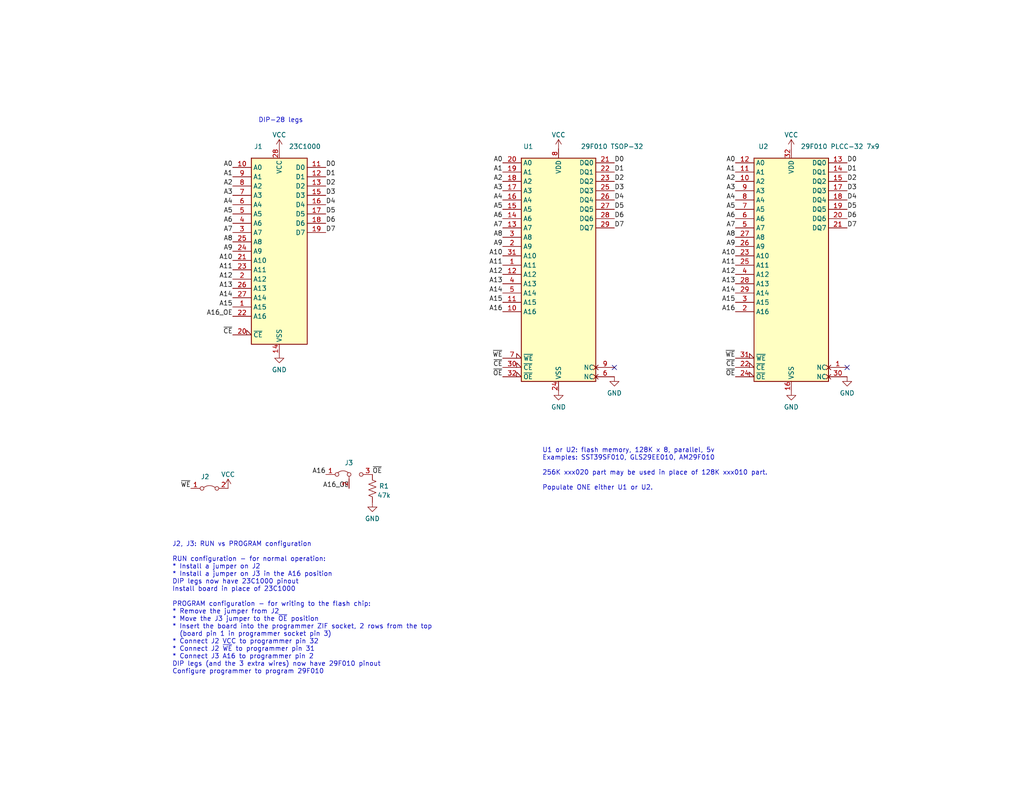
<source format=kicad_sch>
(kicad_sch (version 20230121) (generator eeschema)
  (paper "USLetter")
  (title_block (title "29F010 to 23C1000") (date "2023-06-16") (rev "005") (company "Brian K. White - b.kenyon.w@gmail.com"))
  (lib_symbols
    (symbol "000_LOCAL:GND" (power) (pin_names (offset 0))
      (property "Value" "GND" (at 0 -3.81 0))
      (symbol "GND_0_1"
        (polyline (pts (xy 0 0) (xy 0 -1.27) (xy 1.27 -1.27) (xy 0 -2.54) (xy -1.27 -1.27) (xy 0 -1.27)))
      )
      (symbol "GND_1_1"
        (pin power_in line (at 0 0 270) (length 0) hide (name "GND") (number "1"))
      )
    )
    (symbol "000_LOCAL:Jumper_2_Bridged" (pin_names (offset 0) hide)
      (property "Reference" "JP" (at 0 1.905 0))
      (property "Value" "Jumper_2_Bridged" (at 0 -2.54 0))
      (symbol "Jumper_2_Bridged_0_0"
        (circle (center -2.032 0) (radius 0.508))
        (circle (center 2.032 0) (radius 0.508))
      )
      (symbol "Jumper_2_Bridged_0_1"
        (arc (start 1.524 0.254) (mid 0 0.762) (end -1.524 0.254))
      )
      (symbol "Jumper_2_Bridged_1_1"
        (pin passive line (at -5.08 0 0) (length 2.54) (name "A") (number "1"))
        (pin passive line (at 5.08 0 180) (length 2.54) (name "B") (number "2"))
      )
    )
    (symbol "000_LOCAL:Jumper_3_Bridged12" (pin_names (offset 0) hide)
      (property "Reference" "JP" (at -2.54 -2.54 0))
      (property "Value" "Jumper_3_Bridged12" (at 0 2.794 0))
      (symbol "Jumper_3_Bridged12_0_0"
        (circle (center -3.302 0) (radius 0.508))
        (circle (center 0 0) (radius 0.508))
        (circle (center 3.302 0) (radius 0.508))
      )
      (symbol "Jumper_3_Bridged12_0_1"
        (arc (start -0.254 0.508) (mid -1.651 0.9912) (end -3.048 0.508))
        (polyline (pts (xy 0 -1.27) (xy 0 -0.508)))
      )
      (symbol "Jumper_3_Bridged12_1_1"
        (pin passive line (at -6.35 0 0) (length 2.54) (name "A") (number "1"))
        (pin input line (at 0 -3.81 90) (length 2.54) (name "C") (number "2"))
        (pin passive line (at 6.35 0 180) (length 2.54) (name "B") (number "3"))
      )
    )
    (symbol "000_LOCAL:R_US" (pin_numbers hide) (pin_names (offset 0))
      (property "Reference" "R" (at 2.54 0 90))
      (property "Value" "R_US" (at -2.54 0 90))
      (symbol "R_US_0_1"
        (polyline (pts (xy 0 -2.286) (xy 0 -2.54)))
        (polyline (pts (xy 0 2.286) (xy 0 2.54)))
        (polyline (pts (xy 0 -0.762) (xy 1.016 -1.143) (xy 0 -1.524) (xy -1.016 -1.905) (xy 0 -2.286)))
        (polyline (pts (xy 0 0.762) (xy 1.016 0.381) (xy 0 0) (xy -1.016 -0.381) (xy 0 -0.762)))
        (polyline (pts (xy 0 2.286) (xy 1.016 1.905) (xy 0 1.524) (xy -1.016 1.143) (xy 0 0.762)))
      )
      (symbol "R_US_1_1"
        (pin passive line (at 0 3.81 270) (length 1.27) (name "~") (number "1"))
        (pin passive line (at 0 -3.81 90) (length 1.27) (name "~") (number "2"))
      )
    )
    (symbol "000_LOCAL:SST39SF010_PLCC"
      (property "Reference" "U" (at 2.54 33.02 0))
      (property "Value" "SST39SF010_PLCC" (at 0 -30.48 0))
      (symbol "SST39SF010_PLCC_0_0"
        (pin power_in line (at 0 -31.75 90) (length 2.54) (name "VSS") (number "16"))
        (pin power_in line (at 0 34.29 270) (length 2.54) (name "VDD") (number "32"))
      )
      (symbol "SST39SF010_PLCC_0_1"
        (rectangle (start -10.16 31.75) (end 10.16 -29.21) (stroke (width 0.254)) (fill (type background)))
      )
      (symbol "SST39SF010_PLCC_1_1"
        (pin passive non_logic (at 15.24 -25.4 180) (length 5.08) (name "NC") (number "1"))
        (pin input line (at -15.24 25.4 0) (length 5.08) (name "A2") (number "10"))
        (pin input line (at -15.24 27.94 0) (length 5.08) (name "A1") (number "11"))
        (pin input line (at -15.24 30.48 0) (length 5.08) (name "A0") (number "12"))
        (pin tri_state line (at 15.24 30.48 180) (length 5.08) (name "DQ0") (number "13"))
        (pin tri_state line (at 15.24 27.94 180) (length 5.08) (name "DQ1") (number "14"))
        (pin tri_state line (at 15.24 25.4 180) (length 5.08) (name "DQ2") (number "15"))
        (pin tri_state line (at 15.24 22.86 180) (length 5.08) (name "DQ3") (number "17"))
        (pin tri_state line (at 15.24 20.32 180) (length 5.08) (name "DQ4") (number "18"))
        (pin tri_state line (at 15.24 17.78 180) (length 5.08) (name "DQ5") (number "19"))
        (pin input line (at -15.24 -10.16 0) (length 5.08) (name "A16") (number "2"))
        (pin tri_state line (at 15.24 15.24 180) (length 5.08) (name "DQ6") (number "20"))
        (pin tri_state line (at 15.24 12.7 180) (length 5.08) (name "DQ7") (number "21"))
        (pin input input_low (at -15.24 -25.4 0) (length 5.08) (name "~{CE}") (number "22"))
        (pin input line (at -15.24 5.08 0) (length 5.08) (name "A10") (number "23"))
        (pin input input_low (at -15.24 -27.94 0) (length 5.08) (name "~{OE}") (number "24"))
        (pin input line (at -15.24 2.54 0) (length 5.08) (name "A11") (number "25"))
        (pin input line (at -15.24 7.62 0) (length 5.08) (name "A9") (number "26"))
        (pin input line (at -15.24 10.16 0) (length 5.08) (name "A8") (number "27"))
        (pin input line (at -15.24 -2.54 0) (length 5.08) (name "A13") (number "28"))
        (pin input line (at -15.24 -5.08 0) (length 5.08) (name "A14") (number "29"))
        (pin input line (at -15.24 -7.62 0) (length 5.08) (name "A15") (number "3"))
        (pin passive non_logic (at 15.24 -27.94 180) (length 5.08) (name "NC") (number "30"))
        (pin input input_low (at -15.24 -22.86 0) (length 5.08) (name "~{WE}") (number "31"))
        (pin input line (at -15.24 0 0) (length 5.08) (name "A12") (number "4"))
        (pin input line (at -15.24 12.7 0) (length 5.08) (name "A7") (number "5"))
        (pin input line (at -15.24 15.24 0) (length 5.08) (name "A6") (number "6"))
        (pin input line (at -15.24 17.78 0) (length 5.08) (name "A5") (number "7"))
        (pin input line (at -15.24 20.32 0) (length 5.08) (name "A4") (number "8"))
        (pin input line (at -15.24 22.86 0) (length 5.08) (name "A3") (number "9"))
      )
    )
    (symbol "000_LOCAL:VCC" (power) (pin_names (offset 0))
      (property "Value" "VCC" (at 0 3.81 0))
      (symbol "VCC_0_1"
        (polyline (pts (xy -0.762 1.27) (xy 0 2.54)))
        (polyline (pts (xy 0 0) (xy 0 2.54)))
        (polyline (pts (xy 0 2.54) (xy 0.762 1.27)))
      )
      (symbol "VCC_1_1"
        (pin power_in line (at 0 0 90) (length 0) hide (name "VCC") (number "1"))
      )
    )
    (symbol "000_LOCAL:uPD23C1000"
      (property "Reference" "U" (at -7.62 26.67 0))
      (property "Value" "uPD23C1000" (at 2.54 -26.67 0))
      (symbol "uPD23C1000_1_1"
        (rectangle (start -7.62 25.4) (end 7.62 -25.4) (stroke (width 0.254)) (fill (type background)))
        (pin input line (at -12.7 -15.24 0) (length 5.08) (name "A15") (number "1"))
        (pin input line (at -12.7 22.86 0) (length 5.08) (name "A0") (number "10"))
        (pin tri_state line (at 12.7 22.86 180) (length 5.08) (name "D0") (number "11"))
        (pin tri_state line (at 12.7 20.32 180) (length 5.08) (name "D1") (number "12"))
        (pin tri_state line (at 12.7 17.78 180) (length 5.08) (name "D2") (number "13"))
        (pin power_in line (at 0 -27.94 90) (length 2.54) (name "VSS") (number "14"))
        (pin tri_state line (at 12.7 15.24 180) (length 5.08) (name "D3") (number "15"))
        (pin tri_state line (at 12.7 12.7 180) (length 5.08) (name "D4") (number "16"))
        (pin tri_state line (at 12.7 10.16 180) (length 5.08) (name "D5") (number "17"))
        (pin tri_state line (at 12.7 7.62 180) (length 5.08) (name "D6") (number "18"))
        (pin tri_state line (at 12.7 5.08 180) (length 5.08) (name "D7") (number "19"))
        (pin input line (at -12.7 -7.62 0) (length 5.08) (name "A12") (number "2"))
        (pin input input_low (at -12.7 -22.86 0) (length 5.08) (name "~{CE}") (number "20"))
        (pin input line (at -12.7 -2.54 0) (length 5.08) (name "A10") (number "21"))
        (pin input line (at -12.7 -17.78 0) (length 5.08) (name "A16") (number "22"))
        (pin input line (at -12.7 -5.08 0) (length 5.08) (name "A11") (number "23"))
        (pin input line (at -12.7 0 0) (length 5.08) (name "A9") (number "24"))
        (pin input line (at -12.7 2.54 0) (length 5.08) (name "A8") (number "25"))
        (pin input line (at -12.7 -10.16 0) (length 5.08) (name "A13") (number "26"))
        (pin input line (at -12.7 -12.7 0) (length 5.08) (name "A14") (number "27"))
        (pin power_in line (at 0 27.94 270) (length 2.54) (name "VCC") (number "28"))
        (pin input line (at -12.7 5.08 0) (length 5.08) (name "A7") (number "3"))
        (pin input line (at -12.7 7.62 0) (length 5.08) (name "A6") (number "4"))
        (pin input line (at -12.7 10.16 0) (length 5.08) (name "A5") (number "5"))
        (pin input line (at -12.7 12.7 0) (length 5.08) (name "A4") (number "6"))
        (pin input line (at -12.7 15.24 0) (length 5.08) (name "A3") (number "7"))
        (pin input line (at -12.7 17.78 0) (length 5.08) (name "A2") (number "8"))
        (pin input line (at -12.7 20.32 0) (length 5.08) (name "A1") (number "9"))
      )
    )
    (symbol "SST39SF010_TSOP_1"
      (property "Reference" "U" (at 2.54 33.02 0))
      (property "Value" "SST39SF010_TSOP_1" (at 0 -30.48 0))
      (symbol "SST39SF010_TSOP_1_0_0"
        (pin power_in line (at 0 -31.75 90) (length 2.54) (name "VSS") (number "24"))
        (pin power_in line (at 0 34.29 270) (length 2.54) (name "VDD") (number "8"))
      )
      (symbol "SST39SF010_TSOP_1_0_1"
        (rectangle (start -10.16 31.75) (end 10.16 -29.21) (stroke (width 0.254)) (fill (type background)))
      )
      (symbol "SST39SF010_TSOP_1_1_1"
        (pin input line (at -15.24 2.54 0) (length 5.08) (name "A11") (number "1"))
        (pin input line (at -15.24 -10.16 0) (length 5.08) (name "A16") (number "10"))
        (pin input line (at -15.24 -7.62 0) (length 5.08) (name "A15") (number "11"))
        (pin input line (at -15.24 0 0) (length 5.08) (name "A12") (number "12"))
        (pin input line (at -15.24 12.7 0) (length 5.08) (name "A7") (number "13"))
        (pin input line (at -15.24 15.24 0) (length 5.08) (name "A6") (number "14"))
        (pin input line (at -15.24 17.78 0) (length 5.08) (name "A5") (number "15"))
        (pin input line (at -15.24 20.32 0) (length 5.08) (name "A4") (number "16"))
        (pin input line (at -15.24 22.86 0) (length 5.08) (name "A3") (number "17"))
        (pin input line (at -15.24 25.4 0) (length 5.08) (name "A2") (number "18"))
        (pin input line (at -15.24 27.94 0) (length 5.08) (name "A1") (number "19"))
        (pin input line (at -15.24 7.62 0) (length 5.08) (name "A9") (number "2"))
        (pin input line (at -15.24 30.48 0) (length 5.08) (name "A0") (number "20"))
        (pin tri_state line (at 15.24 30.48 180) (length 5.08) (name "DQ0") (number "21"))
        (pin tri_state line (at 15.24 27.94 180) (length 5.08) (name "DQ1") (number "22"))
        (pin tri_state line (at 15.24 25.4 180) (length 5.08) (name "DQ2") (number "23"))
        (pin tri_state line (at 15.24 22.86 180) (length 5.08) (name "DQ3") (number "25"))
        (pin tri_state line (at 15.24 20.32 180) (length 5.08) (name "DQ4") (number "26"))
        (pin tri_state line (at 15.24 17.78 180) (length 5.08) (name "DQ5") (number "27"))
        (pin tri_state line (at 15.24 15.24 180) (length 5.08) (name "DQ6") (number "28"))
        (pin tri_state line (at 15.24 12.7 180) (length 5.08) (name "DQ7") (number "29"))
        (pin input line (at -15.24 10.16 0) (length 5.08) (name "A8") (number "3"))
        (pin input input_low (at -15.24 -25.4 0) (length 5.08) (name "~{CE}") (number "30"))
        (pin input line (at -15.24 5.08 0) (length 5.08) (name "A10") (number "31"))
        (pin input input_low (at -15.24 -27.94 0) (length 5.08) (name "~{OE}") (number "32"))
        (pin input line (at -15.24 -2.54 0) (length 5.08) (name "A13") (number "4"))
        (pin input line (at -15.24 -5.08 0) (length 5.08) (name "A14") (number "5"))
        (pin passive non_logic (at 15.24 -27.94 180) (length 5.08) (name "NC") (number "6"))
        (pin input input_low (at -15.24 -22.86 0) (length 5.08) (name "~{WE}") (number "7"))
        (pin passive non_logic (at 15.24 -25.4 180) (length 5.08) (name "NC") (number "9"))
      )
    )
  )
  (no_connect (at 231.14 100.33))
  (no_connect (at 167.64 100.33))
  (text "DIP-28 legs" (at 70.485 33.655 0) (effects (font (size 1.27 1.27)) (justify left bottom)))
  (text "U1 or U2: flash memory, 128K x 8, parallel, 5v\nExamples: SST39SF010, GLS29EE010, AM29F010\n\n256K xxx020 part may be used in place of 128K xxx010 part.\n\nPopulate ONE either U1 or U2.\n" (at 147.955 133.985 0) (effects (font (size 1.27 1.27)) (justify left bottom)))
  (text "J2, J3: RUN vs PROGRAM configuration\n\nRUN configuration - for normal operation:\n* Install a jumper on J2\n* Install a jumper on J3 in the A16 position\nDIP legs now have 23C1000 pinout\nInstall board in place of 23C1000\n\nPROGRAM configuration - for writing to the flash chip:\n* Remove the jumper from J2\n* Move the J3 jumper to the ~{OE} position\n* Insert the board into the programmer ZIF socket, 2 rows from the top\n  (board pin 1 in programmer socket pin 3)\n* Connect J2 VCC to programmer pin 32\n* Connect J2 ~{WE} to programmer pin 31\n* Connect J3 A16 to programmer pin 2\nDIP legs (and the 3 extra wires) now have 29F010 pinout\nConfigure programmer to program 29F010\n" (at 46.99 184.15 0) (effects (font (size 1.27 1.27)) (justify left bottom)))
  (label "A4" (at 137.16 54.61 180))
  (label "A11" (at 200.66 72.39 180))
  (label "D6" (at 167.64 59.69 0))
  (label "~{OE}" (at 137.16 102.87 180))
  (label "A7" (at 200.66 62.23 180))
  (label "A10" (at 200.66 69.85 180))
  (label "A10" (at 137.16 69.85 180))
  (label "A4" (at 200.66 54.61 180))
  (label "~{CE}" (at 63.5 91.44 180))
  (label "A2" (at 63.5 50.8 180))
  (label "A3" (at 200.66 52.07 180))
  (label "A6" (at 200.66 59.69 180))
  (label "A1" (at 137.16 46.99 180))
  (label "A16" (at 88.9 129.54 180))
  (label "D4" (at 231.14 54.61 0))
  (label "A13" (at 137.16 77.47 180))
  (label "A14" (at 200.66 80.01 180))
  (label "~{WE}" (at 52.07 133.35 180))
  (label "A0" (at 63.5 45.72 180))
  (label "A5" (at 137.16 57.15 180))
  (label "D1" (at 167.64 46.99 0))
  (label "D5" (at 88.9 58.42 0))
  (label "D4" (at 88.9 55.88 0))
  (label "A1" (at 200.66 46.99 180))
  (label "D6" (at 231.14 59.69 0))
  (label "A12" (at 63.5 76.2 180))
  (label "A8" (at 63.5 66.04 180))
  (label "D7" (at 88.9 63.5 0))
  (label "D5" (at 167.64 57.15 0))
  (label "A8" (at 200.66 64.77 180))
  (label "A0" (at 137.16 44.45 180))
  (label "D0" (at 167.64 44.45 0))
  (label "~{CE}" (at 200.66 100.33 180))
  (label "D2" (at 231.14 49.53 0))
  (label "D1" (at 231.14 46.99 0))
  (label "A1" (at 63.5 48.26 180))
  (label "~{WE}" (at 200.66 97.79 180))
  (label "D2" (at 167.64 49.53 0))
  (label "A7" (at 137.16 62.23 180))
  (label "A11" (at 137.16 72.39 180))
  (label "A6" (at 137.16 59.69 180))
  (label "A2" (at 200.66 49.53 180))
  (label "A0" (at 200.66 44.45 180))
  (label "A15" (at 137.16 82.55 180))
  (label "D3" (at 88.9 53.34 0))
  (label "A3" (at 63.5 53.34 180))
  (label "A10" (at 63.5 71.12 180))
  (label "D6" (at 88.9 60.96 0))
  (label "A3" (at 137.16 52.07 180))
  (label "D5" (at 231.14 57.15 0))
  (label "D2" (at 88.9 50.8 0))
  (label "A16_OE" (at 63.5 86.36 180))
  (label "~{OE}" (at 101.6 129.54 0))
  (label "A6" (at 63.5 60.96 180))
  (label "A5" (at 63.5 58.42 180))
  (label "D3" (at 231.14 52.07 0))
  (label "A15" (at 200.66 82.55 180))
  (label "~{WE}" (at 137.16 97.79 180))
  (label "A9" (at 200.66 67.31 180))
  (label "D0" (at 88.9 45.72 0))
  (label "D4" (at 167.64 54.61 0))
  (label "A2" (at 137.16 49.53 180))
  (label "A16" (at 200.66 85.09 180))
  (label "~{CE}" (at 137.16 100.33 180))
  (label "A8" (at 137.16 64.77 180))
  (label "D7" (at 167.64 62.23 0))
  (label "A14" (at 63.5 81.28 180))
  (label "A14" (at 137.16 80.01 180))
  (label "~{OE}" (at 200.66 102.87 180))
  (label "A13" (at 200.66 77.47 180))
  (label "D7" (at 231.14 62.23 0))
  (label "A13" (at 63.5 78.74 180))
  (label "D0" (at 231.14 44.45 0))
  (label "A15" (at 63.5 83.82 180))
  (label "A9" (at 137.16 67.31 180))
  (label "A16" (at 137.16 85.09 180))
  (label "A11" (at 63.5 73.66 180))
  (label "A12" (at 137.16 74.93 180))
  (label "D3" (at 167.64 52.07 0))
  (label "A12" (at 200.66 74.93 180))
  (label "A5" (at 200.66 57.15 180))
  (label "A9" (at 63.5 68.58 180))
  (label "A7" (at 63.5 63.5 180))
  (label "A16_OE" (at 95.25 133.35 180))
  (label "A4" (at 63.5 55.88 180))
  (label "D1" (at 88.9 48.26 0))
  (symbol (lib_id "000_LOCAL:uPD23C1000") (at 76.2 68.58 0) (unit 1)
    (property "Reference" "J1" (at 70.485 40.005 0))
    (property "Value" "23C1000" (at 83.185 40.005 0))
    (property "Footprint" "000_LOCAL:DIP28_0.6_pcb_sil_pins" (effects hide))
    (property "Datasheet" "http://ww1.microchip.com/downloads/en/DeviceDoc/doc0014.pdf" (effects hide))
  )
  (symbol (lib_name "SST39SF010_TSOP_1") (lib_id "000_LOCAL:SST39SF010_TSOP") (at 152.4 74.93 0) (unit 1)
    (property "Reference" "U1" (at 144.145 40.005 0))
    (property "Value" "29F010 TSOP-32" (at 167.005 40.005 0))
    (property "Footprint" "000_LOCAL:TSOP32-dual" (effects hide))
    (property "Datasheet" "http://ww1.microchip.com/downloads/en/DeviceDoc/25022B.pdf" (effects hide))
  )
  (symbol (lib_id "000_LOCAL:R_US") (at 101.6 133.35 0) (unit 1)
    (property "Reference" "R1" (at 104.775 132.715 0))
    (property "Value" "47k" (at 104.775 135.255 0))
    (property "Footprint" "000_LOCAL:R_0805" (effects hide))
  )
  (symbol (lib_id "000_LOCAL:Jumper_3_Bridged12") (at 95.25 129.54 0) (unit 1)
    (property "Reference" "J3" (at 93.98 126.365 0) (effects (justify left)))
    (property "Value" "Conn_1x3" (effects hide))
    (property "Footprint" "000_LOCAL:Pin_Header_Angled_1x03_Pitch2.54mm_12shorted" (effects hide))
  )
  (symbol (lib_id "000_LOCAL:SST39SF010_PLCC") (at 215.9 74.93 0) (unit 1)
    (property "Reference" "U2" (at 208.28 40.005 0))
    (property "Value" "29F010 PLCC-32 7x9" (at 229.235 40.005 0))
    (property "Footprint" "000_LOCAL:PLCC32_7x9" (effects hide))
    (property "Datasheet" "http://ww1.microchip.com/downloads/en/DeviceDoc/25022B.pdf" (effects hide))
  )
  (symbol (lib_id "000_LOCAL:Jumper_2_Bridged") (at 57.15 133.35 0) (unit 1)
    (property "Reference" "J2" (at 57.15 130.175 0) (effects (justify right)))
    (property "Value" "Conn_1x2" (effects hide))
    (property "Footprint" "000_LOCAL:Pin_Header_Angled_1x02_Pitch2.54mm_shorted" (effects hide))
  )
  (symbol (lib_id "000_LOCAL:GND") (at 76.2 96.52 0) (unit 1)
    (property "Reference" "#PWR0108" (effects hide))
    (property "Value" "GND" (at 76.2 100.965 0))
  )
  (symbol (lib_id "000_LOCAL:GND") (at 101.6 137.16 0) (unit 1)
    (property "Reference" "#PWR0109" (effects hide))
    (property "Value" "GND" (at 101.6 141.605 0))
  )
  (symbol (lib_id "000_LOCAL:VCC") (at 215.9 40.64 0) (unit 1)
    (property "Reference" "#PWR0102" (effects hide))
    (property "Value" "VCC" (at 215.9 36.83 0))
  )
  (symbol (lib_id "000_LOCAL:GND") (at 152.4 106.68 0) (unit 1)
    (property "Reference" "#PWR0105" (effects hide))
    (property "Value" "GND" (at 152.4 111.125 0))
  )
  (symbol (lib_id "000_LOCAL:GND") (at 231.14 102.87 0) (unit 1)
    (property "Reference" "#PWR0103" (effects hide))
    (property "Value" "GND" (at 231.14 107.315 0))
  )
  (symbol (lib_id "000_LOCAL:GND") (at 167.64 102.87 0) (unit 1)
    (property "Reference" "#PWR0106" (effects hide))
    (property "Value" "GND" (at 167.64 107.315 0))
  )
  (symbol (lib_id "000_LOCAL:VCC") (at 76.2 40.64 0) (unit 1)
    (property "Reference" "#PWR0101" (effects hide))
    (property "Value" "VCC" (at 76.2 36.83 0))
  )
  (symbol (lib_id "000_LOCAL:VCC") (at 62.23 133.35 0) (unit 1)
    (property "Reference" "#PWR0110" (effects hide))
    (property "Value" "VCC" (at 62.23 129.54 0))
  )
  (symbol (lib_id "000_LOCAL:GND") (at 215.9 106.68 0) (unit 1)
    (property "Reference" "#PWR0104" (effects hide))
    (property "Value" "GND" (at 215.9 111.125 0))
  )
  (symbol (lib_id "000_LOCAL:VCC") (at 152.4 40.64 0) (unit 1)
    (property "Reference" "#PWR0107" (effects hide))
    (property "Value" "VCC" (at 152.4 36.83 0))
  )
)
</source>
